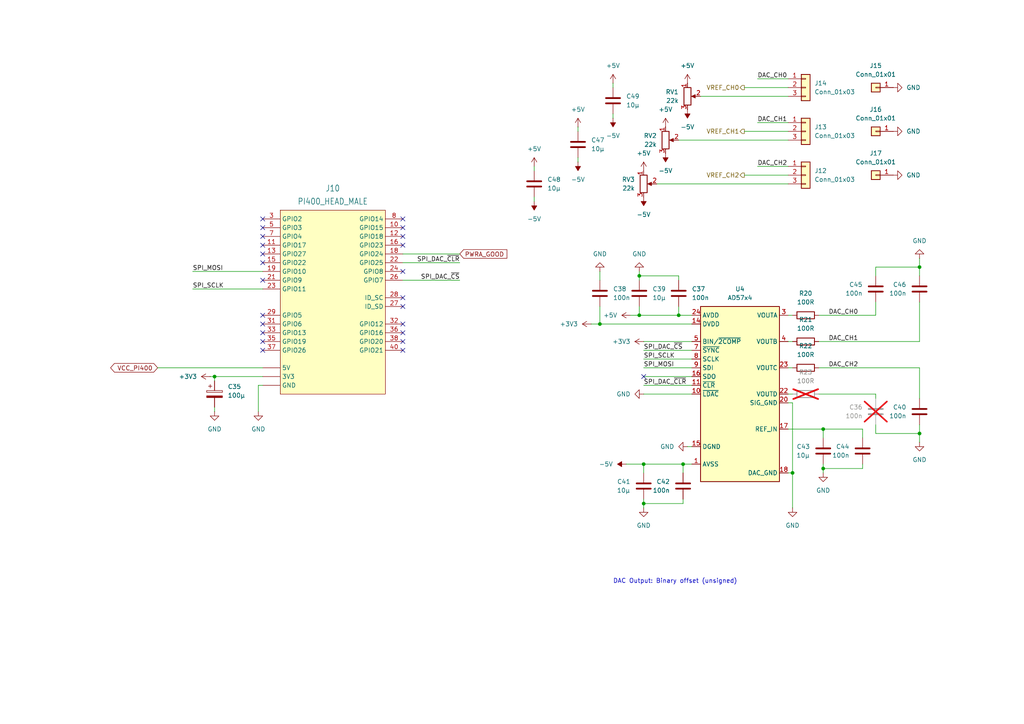
<source format=kicad_sch>
(kicad_sch (version 20231120) (generator "eeschema") (generator_version "8.0")
  (paper "A4")
  (lib_symbols
    (symbol "Connector_Generic:Conn_01x01" (pin_names (offset 1.016) hide)
      (property "Reference" "J" (at 0 2.54 0))
      (property "Value" "Conn_01x01" (at 0 -2.54 0))
      (symbol "Conn_01x01_1_1"
        (rectangle (start -1.27 0.127) (end 0 -0.127) (stroke (width 0.1524)))
        (rectangle (start -1.27 1.27) (end 1.27 -1.27) (stroke (width 0.254)) (fill (type background)))
        (pin passive line (at -5.08 0 0) (length 3.81) (name "Pin_1") (number "1"))
      )
    )
    (symbol "Connector_Generic:Conn_01x03" (pin_names (offset 1.016) hide)
      (property "Reference" "J" (at 0 5.08 0))
      (property "Value" "Conn_01x03" (at 0 -5.08 0))
      (symbol "Conn_01x03_1_1"
        (rectangle (start -1.27 -2.413) (end 0 -2.667) (stroke (width 0.1524)))
        (rectangle (start -1.27 0.127) (end 0 -0.127) (stroke (width 0.1524)))
        (rectangle (start -1.27 2.667) (end 0 2.413) (stroke (width 0.1524)))
        (rectangle (start -1.27 3.81) (end 1.27 -3.81) (stroke (width 0.254)) (fill (type background)))
        (pin passive line (at -5.08 2.54 0) (length 3.81) (name "Pin_1") (number "1"))
        (pin passive line (at -5.08 0 0) (length 3.81) (name "Pin_2") (number "2"))
        (pin passive line (at -5.08 -2.54 0) (length 3.81) (name "Pin_3") (number "3"))
      )
    )
    (symbol "Device:C_Polarized" (pin_numbers hide) (pin_names (offset 0.254))
      (property "Reference" "C" (at 0.635 2.54 0))
      (property "Value" "C_Polarized" (at 0.635 -2.54 0))
      (symbol "C_Polarized_0_1"
        (rectangle (start -2.286 0.508) (end 2.286 1.016))
        (polyline (pts (xy -1.778 2.286) (xy -0.762 2.286)))
        (polyline (pts (xy -1.27 2.794) (xy -1.27 1.778)))
        (rectangle (start 2.286 -0.508) (end -2.286 -1.016) (fill (type outline)))
      )
      (symbol "C_Polarized_1_1"
        (pin passive line (at 0 3.81 270) (length 2.794) (name "~") (number "1"))
        (pin passive line (at 0 -3.81 90) (length 2.794) (name "~") (number "2"))
      )
    )
    (symbol "Device:R_Potentiometer" (pin_names (offset 1.016) hide)
      (property "Reference" "RV" (at -4.445 0 90))
      (property "Value" "R_Potentiometer" (at -2.54 0 90))
      (symbol "R_Potentiometer_0_1"
        (polyline (pts (xy 2.54 0) (xy 1.524 0)))
        (polyline (pts (xy 1.143 0) (xy 2.286 0.508) (xy 2.286 -0.508) (xy 1.143 0)) (fill (type outline)))
        (rectangle (start 1.016 2.54) (end -1.016 -2.54) (stroke (width 0.254)))
      )
      (symbol "R_Potentiometer_1_1"
        (pin passive line (at 0 3.81 270) (length 1.27) (name "1") (number "1"))
        (pin passive line (at 3.81 0 180) (length 1.27) (name "2") (number "2"))
        (pin passive line (at 0 -3.81 90) (length 1.27) (name "3") (number "3"))
      )
    )
    (symbol "connectors:PI400_HEAD_MALE" (exclude_from_sim yes)
      (property "Reference" "J" (at 0 29.21 0))
      (property "Value" "PI400_HEAD_MALE" (at 0.762 25.908 0))
      (symbol "PI400_HEAD_MALE_1_0"
        (pin power_in line (at -20.32 -22.86 0) (length 5.08) (name "3V3") (number "1"))
        (pin bidirectional line (at 20.32 20.32 180) (length 5.08) (name "GPIO15") (number "10"))
        (pin bidirectional line (at -20.32 15.24 0) (length 5.08) (name "GPIO17") (number "11"))
        (pin bidirectional line (at 20.32 17.78 180) (length 5.08) (name "GPIO18") (number "12"))
        (pin bidirectional line (at -20.32 12.7 0) (length 5.08) (name "GPIO27") (number "13"))
        (pin passive line (at -20.32 -25.4 0) (length 5.08) (name "GND") (number "14"))
        (pin bidirectional line (at -20.32 10.16 0) (length 5.08) (name "GPIO22") (number "15"))
        (pin bidirectional line (at 20.32 15.24 180) (length 5.08) (name "GPIO23") (number "16"))
        (pin passive line (at -20.32 -22.86 0) (length 5.08) hide (name "3V3") (number "17"))
        (pin bidirectional line (at 20.32 12.7 180) (length 5.08) (name "GPIO24") (number "18"))
        (pin bidirectional line (at -20.32 7.62 0) (length 5.08) (name "GPIO10") (number "19"))
        (pin power_in line (at -20.32 -20.32 0) (length 5.08) (name "5V") (number "2"))
        (pin passive line (at -20.32 -25.4 0) (length 5.08) hide (name "GND") (number "20"))
        (pin bidirectional line (at -20.32 5.08 0) (length 5.08) (name "GPIO9") (number "21"))
        (pin bidirectional line (at 20.32 10.16 180) (length 5.08) (name "GPIO25") (number "22"))
        (pin bidirectional line (at -20.32 2.54 0) (length 5.08) (name "GPIO11") (number "23"))
        (pin bidirectional line (at 20.32 7.62 180) (length 5.08) (name "GPIO8") (number "24"))
        (pin passive line (at -20.32 -25.4 0) (length 5.08) hide (name "GND") (number "25"))
        (pin bidirectional line (at 20.32 5.08 180) (length 5.08) (name "GPIO7") (number "26"))
        (pin bidirectional line (at 20.32 -2.54 180) (length 5.08) (name "ID_SD") (number "27"))
        (pin bidirectional line (at 20.32 0 180) (length 5.08) (name "ID_SC") (number "28"))
        (pin bidirectional line (at -20.32 -5.08 0) (length 5.08) (name "GPIO5") (number "29"))
        (pin bidirectional line (at -20.32 22.86 0) (length 5.08) (name "GPIO2") (number "3"))
        (pin passive line (at -20.32 -25.4 0) (length 5.08) hide (name "GND") (number "30"))
        (pin bidirectional line (at -20.32 -7.62 0) (length 5.08) (name "GPIO6") (number "31"))
        (pin bidirectional line (at 20.32 -7.62 180) (length 5.08) (name "GPIO12") (number "32"))
        (pin bidirectional line (at -20.32 -10.16 0) (length 5.08) (name "GPIO13") (number "33"))
        (pin passive line (at -20.32 -25.4 0) (length 5.08) hide (name "GND") (number "34"))
        (pin bidirectional line (at -20.32 -12.7 0) (length 5.08) (name "GPIO19") (number "35"))
        (pin bidirectional line (at 20.32 -10.16 180) (length 5.08) (name "GPIO16") (number "36"))
        (pin bidirectional line (at -20.32 -15.24 0) (length 5.08) (name "GPIO26") (number "37"))
        (pin bidirectional line (at 20.32 -12.7 180) (length 5.08) (name "GPIO20") (number "38"))
        (pin passive line (at -20.32 -25.4 0) (length 5.08) hide (name "GND") (number "39"))
        (pin passive line (at -20.32 -20.32 0) (length 5.08) hide (name "5V") (number "4"))
        (pin bidirectional line (at 20.32 -15.24 180) (length 5.08) (name "GPIO21") (number "40"))
        (pin bidirectional line (at -20.32 20.32 0) (length 5.08) (name "GPIO3") (number "5"))
        (pin passive line (at -20.32 -25.4 0) (length 5.08) hide (name "GND") (number "6"))
        (pin bidirectional line (at -20.32 17.78 0) (length 5.08) (name "GPIO4") (number "7"))
        (pin bidirectional line (at 20.32 22.86 180) (length 5.08) (name "GPIO14") (number "8"))
        (pin passive line (at -20.32 -25.4 0) (length 5.08) hide (name "GND") (number "9"))
      )
      (symbol "PI400_HEAD_MALE_1_1"
        (rectangle (start -15.24 25.4) (end 15.24 -27.94) (fill (type background)))
      )
    )
    (symbol "converter:AD57x4" (exclude_from_sim yes)
      (property "Reference" "U" (at 0 3.81 0))
      (property "Value" "AD57x4" (at 0 1.524 0))
      (symbol "AD57x4_1_1"
        (rectangle (start -11.43 0) (end 11.43 -50.8) (stroke (width 0.254)) (fill (type background)))
        (pin power_in line (at -13.97 -45.72 0) (length 2.54) (name "AVSS") (number "1"))
        (pin input line (at -13.97 -25.4 0) (length 2.54) (name "~{LDAC}") (number "10"))
        (pin input line (at -13.97 -22.86 0) (length 2.54) (name "~{CLR}") (number "11"))
        (pin no_connect line (at -8.89 -53.34 90) (length 2.54) hide (name "NC") (number "12"))
        (pin no_connect line (at -10.16 -53.34 90) (length 2.54) hide (name "NC") (number "13"))
        (pin power_in line (at -13.97 -5.08 0) (length 2.54) (name "DVDD") (number "14"))
        (pin passive line (at -13.97 -40.64 0) (length 2.54) (name "DGND") (number "15"))
        (pin output line (at -13.97 -20.32 0) (length 2.54) (name "SDO") (number "16"))
        (pin input line (at 13.97 -35.56 180) (length 2.54) (name "REF_IN") (number "17"))
        (pin passive line (at 13.97 -48.26 180) (length 2.54) (name "DAC_GND") (number "18"))
        (pin passive line (at 13.97 -48.26 180) (length 2.54) hide (name "DAC_GND") (number "19"))
        (pin no_connect line (at -7.62 -53.34 90) (length 2.54) hide (name "NC") (number "2"))
        (pin bidirectional line (at 13.97 -27.94 180) (length 2.54) (name "SIG_GND") (number "20"))
        (pin bidirectional line (at 13.97 -27.94 180) (length 2.54) hide (name "SIG_GND") (number "21"))
        (pin output line (at 13.97 -25.4 180) (length 2.54) (name "VOUTD") (number "22"))
        (pin output line (at 13.97 -17.78 180) (length 2.54) (name "VOUTC") (number "23"))
        (pin power_in line (at -13.97 -2.54 0) (length 2.54) (name "AVDD") (number "24"))
        (pin passive line (at -13.97 -45.72 0) (length 2.54) hide (name "AVSS_EXP") (number "25"))
        (pin output line (at 13.97 -2.54 180) (length 2.54) (name "VOUTA") (number "3"))
        (pin output line (at 13.97 -10.16 180) (length 2.54) (name "VOUTB") (number "4"))
        (pin input line (at -13.97 -10.16 0) (length 2.54) (name "BIN/~{2COMP}") (number "5"))
        (pin no_connect line (at -6.35 -53.34 90) (length 2.54) hide (name "NC") (number "6"))
        (pin input line (at -13.97 -12.7 0) (length 2.54) (name "~{SYNC}") (number "7"))
        (pin input line (at -13.97 -15.24 0) (length 2.54) (name "SCLK") (number "8"))
        (pin input line (at -13.97 -17.78 0) (length 2.54) (name "SDI") (number "9"))
      )
    )
    (symbol "passive:C0603" (pin_numbers hide) (pin_names (offset 0.254))
      (property "Reference" "C" (at 0.635 2.54 0))
      (property "Value" "C0603" (at 0.635 -2.54 0))
      (symbol "C0603_0_1"
        (polyline (pts (xy -2.032 -0.762) (xy 2.032 -0.762)) (stroke (width 0.508)))
        (polyline (pts (xy -2.032 0.762) (xy 2.032 0.762)) (stroke (width 0.508)))
      )
      (symbol "C0603_1_1"
        (pin passive line (at 0 3.81 270) (length 2.794) (name "~") (number "1"))
        (pin passive line (at 0 -3.81 90) (length 2.794) (name "~") (number "2"))
      )
    )
    (symbol "passive:C0805" (pin_numbers hide) (pin_names (offset 0.254))
      (property "Reference" "C" (at 0.635 2.54 0))
      (property "Value" "C0805" (at 0.635 -2.54 0))
      (symbol "C0805_0_1"
        (polyline (pts (xy -2.032 -0.762) (xy 2.032 -0.762)) (stroke (width 0.508)))
        (polyline (pts (xy -2.032 0.762) (xy 2.032 0.762)) (stroke (width 0.508)))
      )
      (symbol "C0805_1_1"
        (pin passive line (at 0 3.81 270) (length 2.794) (name "~") (number "1"))
        (pin passive line (at 0 -3.81 90) (length 2.794) (name "~") (number "2"))
      )
    )
    (symbol "passive:R0603" (pin_numbers hide) (pin_names (offset 0))
      (property "Reference" "R" (at 2.032 0 90))
      (property "Value" "R" (at 0 0 90))
      (symbol "R0603_0_1"
        (rectangle (start -1.016 -2.54) (end 1.016 2.54) (stroke (width 0.254)))
      )
      (symbol "R0603_1_1"
        (pin passive line (at 0 3.81 270) (length 1.27) (name "~") (number "1"))
        (pin passive line (at 0 -3.81 90) (length 1.27) (name "~") (number "2"))
      )
    )
    (symbol "power:+3V3" (power) (pin_numbers hide) (pin_names (offset 0) hide)
      (property "Value" "+3V3" (at 0 3.556 0))
      (symbol "+3V3_0_1"
        (polyline (pts (xy -0.762 1.27) (xy 0 2.54)))
        (polyline (pts (xy 0 0) (xy 0 2.54)))
        (polyline (pts (xy 0 2.54) (xy 0.762 1.27)))
      )
      (symbol "+3V3_1_1"
        (pin power_in line (at 0 0 90) (length 0) (name "~") (number "1"))
      )
    )
    (symbol "power:+5V" (power) (pin_numbers hide) (pin_names (offset 0) hide)
      (property "Value" "+5V" (at 0 3.556 0))
      (symbol "+5V_0_1"
        (polyline (pts (xy -0.762 1.27) (xy 0 2.54)))
        (polyline (pts (xy 0 0) (xy 0 2.54)))
        (polyline (pts (xy 0 2.54) (xy 0.762 1.27)))
      )
      (symbol "+5V_1_1"
        (pin power_in line (at 0 0 90) (length 0) (name "~") (number "1"))
      )
    )
    (symbol "power:-5V" (power) (pin_numbers hide) (pin_names (offset 0) hide)
      (property "Value" "-5V" (at 0 3.556 0))
      (symbol "-5V_0_0"
        (pin power_in line (at 0 0 90) (length 0) (name "~") (number "1"))
      )
      (symbol "-5V_0_1"
        (polyline (pts (xy 0 0) (xy 0 1.27) (xy 0.762 1.27) (xy 0 2.54) (xy -0.762 1.27) (xy 0 1.27)) (fill (type outline)))
      )
    )
    (symbol "power:GND" (power) (pin_numbers hide) (pin_names (offset 0) hide)
      (property "Value" "GND" (at 0 -3.81 0))
      (symbol "GND_0_1"
        (polyline (pts (xy 0 0) (xy 0 -1.27) (xy 1.27 -1.27) (xy 0 -2.54) (xy -1.27 -1.27) (xy 0 -1.27)))
      )
      (symbol "GND_1_1"
        (pin power_in line (at 0 0 270) (length 0) (name "~") (number "1"))
      )
    )
  )
  (junction (at 229.87 137.16))
  (junction (at 238.76 124.46))
  (junction (at 185.42 80.01))
  (junction (at 238.76 135.89))
  (junction (at 173.99 93.98))
  (junction (at 198.12 134.62))
  (junction (at 185.42 91.44))
  (junction (at 186.69 134.62))
  (junction (at 266.7 125.73))
  (junction (at 196.85 91.44))
  (junction (at 266.7 77.47))
  (junction (at 186.69 146.05))
  (junction (at 62.23 109.22))
  (no_connect (at 116.84 66.04))
  (no_connect (at 116.84 71.12))
  (no_connect (at 76.2 68.58))
  (no_connect (at 186.69 109.22))
  (no_connect (at 116.84 88.9))
  (no_connect (at 76.2 66.04))
  (no_connect (at 76.2 81.28))
  (no_connect (at 116.84 68.58))
  (no_connect (at 116.84 101.6))
  (no_connect (at 76.2 96.52))
  (no_connect (at 116.84 63.5))
  (no_connect (at 116.84 99.06))
  (no_connect (at 76.2 76.2))
  (no_connect (at 76.2 101.6))
  (no_connect (at 76.2 99.06))
  (no_connect (at 116.84 86.36))
  (no_connect (at 116.84 78.74))
  (no_connect (at 76.2 91.44))
  (no_connect (at 76.2 73.66))
  (no_connect (at 116.84 93.98))
  (no_connect (at 116.84 96.52))
  (no_connect (at 76.2 63.5))
  (no_connect (at 76.2 93.98))
  (no_connect (at 76.2 71.12))
  (wire (pts (xy 266.7 123.19) (xy 266.7 125.73)))
  (wire (pts (xy 254 80.01) (xy 254 77.47)))
  (wire (pts (xy 186.69 134.62) (xy 186.69 137.16)))
  (wire (pts (xy 228.6 106.68) (xy 229.87 106.68)))
  (wire (pts (xy 254 114.3) (xy 254 115.57)))
  (wire (pts (xy 154.94 57.15) (xy 154.94 58.42)))
  (wire (pts (xy 182.88 91.44) (xy 185.42 91.44)))
  (wire (pts (xy 198.12 134.62) (xy 198.12 137.16)))
  (wire (pts (xy 228.6 91.44) (xy 229.87 91.44)))
  (wire (pts (xy 228.6 99.06) (xy 229.87 99.06)))
  (wire (pts (xy 171.45 93.98) (xy 173.99 93.98)))
  (wire (pts (xy 76.2 109.22) (xy 62.23 109.22)))
  (wire (pts (xy 173.99 93.98) (xy 200.66 93.98)))
  (wire (pts (xy 185.42 81.28) (xy 185.42 80.01)))
  (wire (pts (xy 167.64 45.72) (xy 167.64 46.99)))
  (wire (pts (xy 74.93 111.76) (xy 74.93 119.38)))
  (wire (pts (xy 238.76 124.46) (xy 238.76 127)))
  (wire (pts (xy 186.69 146.05) (xy 198.12 146.05)))
  (wire (pts (xy 266.7 125.73) (xy 266.7 128.27)))
  (wire (pts (xy 238.76 135.89) (xy 250.19 135.89)))
  (wire (pts (xy 186.69 111.76) (xy 200.66 111.76)))
  (wire (pts (xy 186.69 109.22) (xy 200.66 109.22)))
  (wire (pts (xy 198.12 144.78) (xy 198.12 146.05)))
  (wire (pts (xy 186.69 104.14) (xy 200.66 104.14)))
  (wire (pts (xy 266.7 99.06) (xy 266.7 87.63)))
  (wire (pts (xy 185.42 88.9) (xy 185.42 91.44)))
  (wire (pts (xy 185.42 91.44) (xy 196.85 91.44)))
  (wire (pts (xy 186.69 99.06) (xy 200.66 99.06)))
  (wire (pts (xy 186.69 114.3) (xy 200.66 114.3)))
  (wire (pts (xy 250.19 127) (xy 250.19 124.46)))
  (wire (pts (xy 190.5 53.34) (xy 228.6 53.34)))
  (wire (pts (xy 55.88 78.74) (xy 76.2 78.74)))
  (wire (pts (xy 219.71 22.86) (xy 228.6 22.86)))
  (wire (pts (xy 215.9 50.8) (xy 228.6 50.8)))
  (wire (pts (xy 186.69 147.32) (xy 186.69 146.05)))
  (wire (pts (xy 60.96 109.22) (xy 62.23 109.22)))
  (wire (pts (xy 185.42 78.74) (xy 185.42 80.01)))
  (wire (pts (xy 116.84 73.66) (xy 133.35 73.66)))
  (wire (pts (xy 55.88 83.82) (xy 76.2 83.82)))
  (wire (pts (xy 254 125.73) (xy 266.7 125.73)))
  (wire (pts (xy 76.2 111.76) (xy 74.93 111.76)))
  (wire (pts (xy 62.23 118.11) (xy 62.23 119.38)))
  (wire (pts (xy 186.69 144.78) (xy 186.69 146.05)))
  (wire (pts (xy 238.76 137.16) (xy 238.76 135.89)))
  (wire (pts (xy 186.69 106.68) (xy 200.66 106.68)))
  (wire (pts (xy 229.87 116.84) (xy 229.87 137.16)))
  (wire (pts (xy 228.6 114.3) (xy 229.87 114.3)))
  (wire (pts (xy 62.23 109.22) (xy 62.23 110.49)))
  (wire (pts (xy 196.85 91.44) (xy 200.66 91.44)))
  (wire (pts (xy 185.42 80.01) (xy 196.85 80.01)))
  (wire (pts (xy 266.7 74.93) (xy 266.7 77.47)))
  (wire (pts (xy 219.71 35.56) (xy 228.6 35.56)))
  (wire (pts (xy 196.85 88.9) (xy 196.85 91.44)))
  (wire (pts (xy 254 77.47) (xy 266.7 77.47)))
  (wire (pts (xy 196.85 80.01) (xy 196.85 81.28)))
  (wire (pts (xy 196.85 40.64) (xy 228.6 40.64)))
  (wire (pts (xy 237.49 99.06) (xy 266.7 99.06)))
  (wire (pts (xy 177.8 33.02) (xy 177.8 34.29)))
  (wire (pts (xy 238.76 124.46) (xy 250.19 124.46)))
  (wire (pts (xy 154.94 48.26) (xy 154.94 49.53)))
  (wire (pts (xy 254 87.63) (xy 254 91.44)))
  (wire (pts (xy 173.99 88.9) (xy 173.99 93.98)))
  (wire (pts (xy 228.6 116.84) (xy 229.87 116.84)))
  (wire (pts (xy 229.87 137.16) (xy 229.87 147.32)))
  (wire (pts (xy 173.99 78.74) (xy 173.99 81.28)))
  (wire (pts (xy 177.8 24.13) (xy 177.8 25.4)))
  (wire (pts (xy 203.2 27.94) (xy 228.6 27.94)))
  (wire (pts (xy 254 123.19) (xy 254 125.73)))
  (wire (pts (xy 186.69 134.62) (xy 198.12 134.62)))
  (wire (pts (xy 181.61 134.62) (xy 186.69 134.62)))
  (wire (pts (xy 186.69 101.6) (xy 200.66 101.6)))
  (wire (pts (xy 116.84 81.28) (xy 133.35 81.28)))
  (wire (pts (xy 228.6 124.46) (xy 238.76 124.46)))
  (wire (pts (xy 266.7 77.47) (xy 266.7 80.01)))
  (wire (pts (xy 250.19 134.62) (xy 250.19 135.89)))
  (wire (pts (xy 237.49 114.3) (xy 254 114.3)))
  (wire (pts (xy 238.76 134.62) (xy 238.76 135.89)))
  (wire (pts (xy 266.7 106.68) (xy 266.7 115.57)))
  (wire (pts (xy 219.71 48.26) (xy 228.6 48.26)))
  (wire (pts (xy 215.9 25.4) (xy 228.6 25.4)))
  (wire (pts (xy 228.6 137.16) (xy 229.87 137.16)))
  (wire (pts (xy 45.72 106.68) (xy 76.2 106.68)))
  (wire (pts (xy 199.39 129.54) (xy 200.66 129.54)))
  (wire (pts (xy 215.9 38.1) (xy 228.6 38.1)))
  (wire (pts (xy 116.84 76.2) (xy 133.35 76.2)))
  (wire (pts (xy 167.64 36.83) (xy 167.64 38.1)))
  (wire (pts (xy 237.49 106.68) (xy 266.7 106.68)))
  (wire (pts (xy 198.12 134.62) (xy 200.66 134.62)))
  (wire (pts (xy 237.49 91.44) (xy 254 91.44)))
  (text "DAC Output: Binary offset (unsigned)" (at 177.8 167.894 0) (effects (font (size 1.27 1.27)) (justify left top)))
  (label "DAC_CH1" (at 248.92 99.06 180))
  (label "SPI_DAC_~{CS}" (at 133.35 81.28 180))
  (label "SPI_DAC_~{CLR}" (at 133.35 76.2 180))
  (label "SPI_MOSI" (at 55.88 78.74 0))
  (label "DAC_CH2" (at 219.71 48.26 0))
  (label "SPI_MOSI" (at 186.69 106.68 0))
  (label "SPI_DAC_~{CS}" (at 186.69 101.6 0))
  (label "SPI_SCLK" (at 186.69 104.14 0))
  (label "DAC_CH1" (at 219.71 35.56 0))
  (label "SPI_DAC_~{CLR}" (at 186.69 111.76 0))
  (label "DAC_CH0" (at 219.71 22.86 0))
  (label "DAC_CH2" (at 248.92 106.68 180))
  (label "SPI_SCLK" (at 55.88 83.82 0))
  (label "DAC_CH0" (at 248.92 91.44 180))
  (global_label "VCC_PI400" (shape bidirectional) (at 45.72 106.68 180) (property "Intersheetrefs" "${INTERSHEET_REFS}" (effects (hide yes))))
  (global_label "PWRA_GOOD" (shape input) (at 133.35 73.66 0) (property "Intersheetrefs" "${INTERSHEET_REFS}" (effects (hide yes))))
  (hierarchical_label "VREF_CH2" (shape output) (at 215.9 50.8 180))
  (hierarchical_label "VREF_CH0" (shape output) (at 215.9 25.4 180))
  (hierarchical_label "VREF_CH1" (shape output) (at 215.9 38.1 180))
  (symbol (lib_id "connectors:PI400_HEAD_MALE") (at 96.52 86.36 0) (unit 1) (exclude_from_sim yes)
    (property "Reference" "J10" (at 96.52 54.61 0) (effects (font (size 1.778 1.5113))))
    (property "Value" "PI400_HEAD_MALE" (at 96.52 58.42 0) (effects (font (size 1.778 1.5113))))
    (property "Footprint" "connectors:rpi400_header" (effects (hide yes)))
  )
  (symbol (lib_id "power:GND") (at 238.76 137.16 0) (unit 1)
    (property "Reference" "#PWR054" (effects (hide yes)))
    (property "Value" "GND" (at 238.76 142.24 0))
    (property "Description" "Power symbol creates a global label with name \"GND\" , ground" (effects (hide yes)))
  )
  (symbol (lib_id "passive:R0603") (at 233.68 91.44 90) (unit 1)
    (property "Reference" "R20" (at 233.68 85.09 90))
    (property "Value" "100R" (at 233.68 87.63 90))
    (property "Footprint" "Resistor_SMD:R_0603_1608Metric" (effects (hide yes)))
    (property "Description" "Resistor" (effects (hide yes)))
  )
  (symbol (lib_id "passive:R0603") (at 233.68 99.06 90) (unit 1)
    (property "Reference" "R21" (at 233.68 92.71 90))
    (property "Value" "100R" (at 233.68 95.25 90))
    (property "Footprint" "Resistor_SMD:R_0603_1608Metric" (effects (hide yes)))
    (property "Description" "Resistor" (effects (hide yes)))
  )
  (symbol (lib_id "power:GND") (at 266.7 74.93 180) (unit 1)
    (property "Reference" "#PWR056" (effects (hide yes)))
    (property "Value" "GND" (at 266.7 69.85 0))
    (property "Description" "Power symbol creates a global label with name \"GND\" , ground" (effects (hide yes)))
  )
  (symbol (lib_id "passive:C0805") (at 185.42 85.09 0) (unit 1)
    (property "Reference" "C39" (at 189.23 83.8199 0) (effects (justify left)))
    (property "Value" "10µ" (at 189.23 86.3599 0) (effects (justify left)))
    (property "Footprint" "Capacitor_SMD:C_0805_2012Metric" (effects (hide yes)))
    (property "Description" "Unpolarized capacitor" (effects (hide yes)))
  )
  (symbol (lib_id "power:+5V") (at 154.94 48.26 0) (unit 1)
    (property "Reference" "#PWR078" (effects (hide yes)))
    (property "Value" "+5V" (at 154.94 43.18 0))
    (property "Description" "Power symbol creates a global label with name \"+5V\"" (effects (hide yes)))
  )
  (symbol (lib_id "passive:C0603") (at 196.85 85.09 0) (unit 1)
    (property "Reference" "C37" (at 200.66 83.8199 0) (effects (justify left)))
    (property "Value" "100n" (at 200.66 86.3599 0) (effects (justify left)))
    (property "Footprint" "Capacitor_SMD:C_0603_1608Metric" (effects (hide yes)))
    (property "Description" "Unpolarized capacitor" (effects (hide yes)))
  )
  (symbol (lib_id "passive:C0603") (at 173.99 85.09 0) (unit 1)
    (property "Reference" "C38" (at 177.8 83.8199 0) (effects (justify left)))
    (property "Value" "100n" (at 177.8 86.3599 0) (effects (justify left)))
    (property "Footprint" "Capacitor_SMD:C_0603_1608Metric" (effects (hide yes)))
    (property "Description" "Unpolarized capacitor" (effects (hide yes)))
  )
  (symbol (lib_id "power:-5V") (at 177.8 34.29 180) (unit 1)
    (property "Reference" "#PWR081" (effects (hide yes)))
    (property "Value" "-5V" (at 177.8 39.37 0))
    (property "Description" "Power symbol creates a global label with name \"-5V\"" (effects (hide yes)))
  )
  (symbol (lib_id "power:GND") (at 186.69 147.32 0) (unit 1)
    (property "Reference" "#PWR052" (effects (hide yes)))
    (property "Value" "GND" (at 186.69 152.4 0))
    (property "Description" "Power symbol creates a global label with name \"GND\" , ground" (effects (hide yes)))
  )
  (symbol (lib_id "power:+3V3") (at 171.45 93.98 90) (unit 1)
    (property "Reference" "#PWR051" (effects (hide yes)))
    (property "Value" "+3V3" (at 167.64 93.9799 90) (effects (justify left)))
    (property "Description" "Power symbol creates a global label with name \"+3V3\"" (effects (hide yes)))
  )
  (symbol (lib_id "power:-5V") (at 181.61 134.62 90) (unit 1)
    (property "Reference" "#PWR047" (effects (hide yes)))
    (property "Value" "-5V" (at 177.8 134.6199 90) (effects (justify left)))
    (property "Description" "Power symbol creates a global label with name \"-5V\"" (effects (hide yes)))
  )
  (symbol (lib_id "power:GND") (at 259.08 38.1 90) (unit 1)
    (property "Reference" "#PWR058" (effects (hide yes)))
    (property "Value" "GND" (at 262.89 38.0999 90) (effects (justify right)))
    (property "Description" "Power symbol creates a global label with name \"GND\" , ground" (effects (hide yes)))
  )
  (symbol (lib_id "power:GND") (at 186.69 114.3 270) (unit 1)
    (property "Reference" "#PWR083" (effects (hide yes)))
    (property "Value" "GND" (at 182.88 114.2999 90) (effects (justify right)))
    (property "Description" "Power symbol creates a global label with name \"GND\" , ground" (effects (hide yes)))
  )
  (symbol (lib_id "passive:C0603") (at 266.7 83.82 0) (mirror y) (unit 1)
    (property "Reference" "C46" (at 262.89 82.5499 0) (effects (justify left)))
    (property "Value" "100n" (at 262.89 85.0899 0) (effects (justify left)))
    (property "Footprint" "Capacitor_SMD:C_0603_1608Metric" (effects (hide yes)))
    (property "Description" "Unpolarized capacitor" (effects (hide yes)))
  )
  (symbol (lib_id "passive:C0603") (at 254 119.38 0) (mirror y) (unit 1) (dnp yes)
    (property "Reference" "C36" (at 250.19 118.1099 0) (effects (justify left)))
    (property "Value" "100n" (at 250.19 120.6499 0) (effects (justify left)))
    (property "Footprint" "Capacitor_SMD:C_0603_1608Metric" (effects (hide yes)))
    (property "Description" "Unpolarized capacitor" (effects (hide yes)))
  )
  (symbol (lib_id "passive:C0805") (at 238.76 130.81 0) (mirror y) (unit 1)
    (property "Reference" "C43" (at 234.95 129.5399 0) (effects (justify left)))
    (property "Value" "10µ" (at 234.95 132.0799 0) (effects (justify left)))
    (property "Footprint" "Capacitor_SMD:C_0805_2012Metric" (effects (hide yes)))
    (property "Description" "Unpolarized capacitor" (effects (hide yes)))
  )
  (symbol (lib_id "Device:C_Polarized") (at 62.23 114.3 0) (unit 1)
    (property "Reference" "C35" (at 66.04 112.1409 0) (effects (justify left)))
    (property "Value" "100µ" (at 66.04 114.6809 0) (effects (justify left)))
    (property "Footprint" "Capacitor_SMD:CP_Elec_4x3" (effects (hide yes)))
    (property "Description" "Polarized capacitor" (effects (hide yes)))
  )
  (symbol (lib_id "Connector_Generic:Conn_01x01") (at 254 38.1 180) (unit 1)
    (property "Reference" "J16" (at 254 31.75 0))
    (property "Value" "Conn_01x01" (at 254 34.29 0))
    (property "Footprint" "Connector_PinHeader_2.54mm:PinHeader_1x01_P2.54mm_Vertical" (effects (hide yes)))
    (property "Description" "Generic connector, single row, 01x01, script generated (kicad-library-utils/schlib/autogen/connector/)" (effects (hide yes)))
  )
  (symbol (lib_id "passive:R0603") (at 233.68 106.68 90) (unit 1)
    (property "Reference" "R22" (at 233.68 100.33 90))
    (property "Value" "100R" (at 233.68 102.87 90))
    (property "Footprint" "Resistor_SMD:R_0603_1608Metric" (effects (hide yes)))
    (property "Description" "Resistor" (effects (hide yes)))
  )
  (symbol (lib_id "Connector_Generic:Conn_01x03") (at 233.68 38.1 0) (unit 1)
    (property "Reference" "J13" (at 236.22 36.8299 0) (effects (justify left)))
    (property "Value" "Conn_01x03" (at 236.22 39.3699 0) (effects (justify left)))
    (property "Footprint" "Connector_PinHeader_2.54mm:PinHeader_1x03_P2.54mm_Vertical" (effects (hide yes)))
    (property "Description" "Generic connector, single row, 01x03, script generated (kicad-library-utils/schlib/autogen/connector/)" (effects (hide yes)))
  )
  (symbol (lib_id "passive:C0805") (at 154.94 53.34 0) (unit 1)
    (property "Reference" "C48" (at 158.75 52.0699 0) (effects (justify left)))
    (property "Value" "10µ" (at 158.75 54.6099 0) (effects (justify left)))
    (property "Footprint" "Capacitor_SMD:C_0805_2012Metric" (effects (hide yes)))
    (property "Description" "Unpolarized capacitor" (effects (hide yes)))
  )
  (symbol (lib_id "converter:AD57x4") (at 214.63 88.9 0) (unit 1) (exclude_from_sim yes)
    (property "Reference" "U4" (at 214.63 83.82 0))
    (property "Value" "AD57x4" (at 214.63 86.36 0))
    (property "Footprint" "custom_library:TSSOP-24-1EP_4.4x7.8mm_P0.65mm_EP3.2x5mm" (effects (hide yes)))
    (property "Datasheet" "https://www.analog.com/media/en/technical-documentation/data-sheets/ad5724_5734_5754.pdf" (effects (hide yes)))
    (property "Description" "Complete, Quad, 12-/14-/16-Bit, Serial Input, Unipolar/Bipolar Voltage Output DACs" (effects (hide yes)))
  )
  (symbol (lib_id "Connector_Generic:Conn_01x03") (at 233.68 25.4 0) (unit 1)
    (property "Reference" "J14" (at 236.22 24.1299 0) (effects (justify left)))
    (property "Value" "Conn_01x03" (at 236.22 26.6699 0) (effects (justify left)))
    (property "Footprint" "Connector_PinHeader_2.54mm:PinHeader_1x03_P2.54mm_Vertical" (effects (hide yes)))
    (property "Description" "Generic connector, single row, 01x03, script generated (kicad-library-utils/schlib/autogen/connector/)" (effects (hide yes)))
  )
  (symbol (lib_id "power:+3V3") (at 60.96 109.22 90) (unit 1)
    (property "Reference" "#PWR050" (effects (hide yes)))
    (property "Value" "+3V3" (at 57.15 109.2199 90) (effects (justify left)))
    (property "Description" "Power symbol creates a global label with name \"+3V3\"" (effects (hide yes)))
  )
  (symbol (lib_id "power:-5V") (at 199.39 31.75 180) (unit 1)
    (property "Reference" "#PWR061" (effects (hide yes)))
    (property "Value" "-5V" (at 199.39 36.83 0))
    (property "Description" "Power symbol creates a global label with name \"-5V\"" (effects (hide yes)))
  )
  (symbol (lib_id "power:-5V") (at 193.04 44.45 180) (unit 1)
    (property "Reference" "#PWR063" (effects (hide yes)))
    (property "Value" "-5V" (at 193.04 49.53 0))
    (property "Description" "Power symbol creates a global label with name \"-5V\"" (effects (hide yes)))
  )
  (symbol (lib_id "power:GND") (at 259.08 50.8 90) (unit 1)
    (property "Reference" "#PWR057" (effects (hide yes)))
    (property "Value" "GND" (at 262.89 50.7999 90) (effects (justify right)))
    (property "Description" "Power symbol creates a global label with name \"GND\" , ground" (effects (hide yes)))
  )
  (symbol (lib_id "power:-5V") (at 167.64 46.99 180) (unit 1)
    (property "Reference" "#PWR071" (effects (hide yes)))
    (property "Value" "-5V" (at 167.64 52.07 0))
    (property "Description" "Power symbol creates a global label with name \"-5V\"" (effects (hide yes)))
  )
  (symbol (lib_id "passive:C0805") (at 177.8 29.21 0) (unit 1)
    (property "Reference" "C49" (at 181.61 27.9399 0) (effects (justify left)))
    (property "Value" "10µ" (at 181.61 30.4799 0) (effects (justify left)))
    (property "Footprint" "Capacitor_SMD:C_0805_2012Metric" (effects (hide yes)))
    (property "Description" "Unpolarized capacitor" (effects (hide yes)))
  )
  (symbol (lib_id "power:+3V3") (at 186.69 99.06 90) (unit 1)
    (property "Reference" "#PWR082" (effects (hide yes)))
    (property "Value" "+3V3" (at 182.88 99.0599 90) (effects (justify left)))
    (property "Description" "Power symbol creates a global label with name \"+3V3\"" (effects (hide yes)))
  )
  (symbol (lib_id "Device:R_Potentiometer") (at 199.39 27.94 0) (unit 1)
    (property "Reference" "RV1" (at 196.85 26.6699 0) (effects (justify right)))
    (property "Value" "22k" (at 196.85 29.2099 0) (effects (justify right)))
    (property "Footprint" "Potentiometer_THT:Potentiometer_Vishay_T73YP_Vertical" (effects (hide yes)))
    (property "Description" "Potentiometer" (effects (hide yes)))
  )
  (symbol (lib_id "power:GND") (at 259.08 25.4 90) (unit 1)
    (property "Reference" "#PWR059" (effects (hide yes)))
    (property "Value" "GND" (at 262.89 25.3999 90) (effects (justify right)))
    (property "Description" "Power symbol creates a global label with name \"GND\" , ground" (effects (hide yes)))
  )
  (symbol (lib_id "passive:C0603") (at 250.19 130.81 0) (mirror y) (unit 1)
    (property "Reference" "C44" (at 246.38 129.5399 0) (effects (justify left)))
    (property "Value" "100n" (at 246.38 132.0799 0) (effects (justify left)))
    (property "Footprint" "Capacitor_SMD:C_0603_1608Metric" (effects (hide yes)))
    (property "Description" "Unpolarized capacitor" (effects (hide yes)))
  )
  (symbol (lib_id "power:-5V") (at 154.94 58.42 180) (unit 1)
    (property "Reference" "#PWR079" (effects (hide yes)))
    (property "Value" "-5V" (at 154.94 63.5 0))
    (property "Description" "Power symbol creates a global label with name \"-5V\"" (effects (hide yes)))
  )
  (symbol (lib_id "passive:C0603") (at 254 83.82 0) (mirror y) (unit 1)
    (property "Reference" "C45" (at 250.19 82.5499 0) (effects (justify left)))
    (property "Value" "100n" (at 250.19 85.0899 0) (effects (justify left)))
    (property "Footprint" "Capacitor_SMD:C_0603_1608Metric" (effects (hide yes)))
    (property "Description" "Unpolarized capacitor" (effects (hide yes)))
  )
  (symbol (lib_id "Connector_Generic:Conn_01x03") (at 233.68 50.8 0) (unit 1)
    (property "Reference" "J12" (at 236.22 49.5299 0) (effects (justify left)))
    (property "Value" "Conn_01x03" (at 236.22 52.0699 0) (effects (justify left)))
    (property "Footprint" "Connector_PinHeader_2.54mm:PinHeader_1x03_P2.54mm_Vertical" (effects (hide yes)))
    (property "Description" "Generic connector, single row, 01x03, script generated (kicad-library-utils/schlib/autogen/connector/)" (effects (hide yes)))
  )
  (symbol (lib_id "power:GND") (at 199.39 129.54 270) (unit 1)
    (property "Reference" "#PWR048" (effects (hide yes)))
    (property "Value" "GND" (at 195.58 129.5399 90) (effects (justify right)))
    (property "Description" "Power symbol creates a global label with name \"GND\" , ground" (effects (hide yes)))
  )
  (symbol (lib_id "passive:R0603") (at 233.68 114.3 90) (unit 1) (dnp yes)
    (property "Reference" "R23" (at 233.68 107.95 90))
    (property "Value" "100R" (at 233.68 110.49 90))
    (property "Footprint" "Resistor_SMD:R_0603_1608Metric" (effects (hide yes)))
    (property "Description" "Resistor" (effects (hide yes)))
  )
  (symbol (lib_id "passive:C0603") (at 266.7 119.38 0) (mirror y) (unit 1)
    (property "Reference" "C40" (at 262.89 118.1099 0) (effects (justify left)))
    (property "Value" "100n" (at 262.89 120.6499 0) (effects (justify left)))
    (property "Footprint" "Capacitor_SMD:C_0603_1608Metric" (effects (hide yes)))
    (property "Description" "Unpolarized capacitor" (effects (hide yes)))
  )
  (symbol (lib_id "power:-5V") (at 186.69 57.15 180) (unit 1)
    (property "Reference" "#PWR065" (effects (hide yes)))
    (property "Value" "-5V" (at 186.69 62.23 0))
    (property "Description" "Power symbol creates a global label with name \"-5V\"" (effects (hide yes)))
  )
  (symbol (lib_id "power:GND") (at 74.93 119.38 0) (unit 1)
    (property "Reference" "#PWR032" (effects (hide yes)))
    (property "Value" "GND" (at 74.93 124.46 0))
    (property "Description" "Power symbol creates a global label with name \"GND\" , ground" (effects (hide yes)))
  )
  (symbol (lib_id "power:+5V") (at 182.88 91.44 90) (unit 1)
    (property "Reference" "#PWR049" (effects (hide yes)))
    (property "Value" "+5V" (at 179.07 91.4399 90) (effects (justify left)))
    (property "Description" "Power symbol creates a global label with name \"+5V\"" (effects (hide yes)))
  )
  (symbol (lib_id "power:GND") (at 173.99 78.74 180) (unit 1)
    (property "Reference" "#PWR069" (effects (hide yes)))
    (property "Value" "GND" (at 173.99 73.66 0))
    (property "Description" "Power symbol creates a global label with name \"GND\" , ground" (effects (hide yes)))
  )
  (symbol (lib_id "passive:C0603") (at 198.12 140.97 0) (mirror y) (unit 1)
    (property "Reference" "C42" (at 194.31 139.6999 0) (effects (justify left)))
    (property "Value" "100n" (at 194.31 142.2399 0) (effects (justify left)))
    (property "Footprint" "Capacitor_SMD:C_0603_1608Metric" (effects (hide yes)))
    (property "Description" "Unpolarized capacitor" (effects (hide yes)))
  )
  (symbol (lib_id "power:GND") (at 62.23 119.38 0) (unit 1)
    (property "Reference" "#PWR045" (effects (hide yes)))
    (property "Value" "GND" (at 62.23 124.46 0))
    (property "Description" "Power symbol creates a global label with name \"GND\" , ground" (effects (hide yes)))
  )
  (symbol (lib_id "power:GND") (at 229.87 147.32 0) (unit 1)
    (property "Reference" "#PWR053" (effects (hide yes)))
    (property "Value" "GND" (at 229.87 152.4 0))
    (property "Description" "Power symbol creates a global label with name \"GND\" , ground" (effects (hide yes)))
  )
  (symbol (lib_id "Connector_Generic:Conn_01x01") (at 254 25.4 180) (unit 1)
    (property "Reference" "J15" (at 254 19.05 0))
    (property "Value" "Conn_01x01" (at 254 21.59 0))
    (property "Footprint" "Connector_PinHeader_2.54mm:PinHeader_1x01_P2.54mm_Vertical" (effects (hide yes)))
    (property "Description" "Generic connector, single row, 01x01, script generated (kicad-library-utils/schlib/autogen/connector/)" (effects (hide yes)))
  )
  (symbol (lib_id "power:+5V") (at 177.8 24.13 0) (unit 1)
    (property "Reference" "#PWR080" (effects (hide yes)))
    (property "Value" "+5V" (at 177.8 19.05 0))
    (property "Description" "Power symbol creates a global label with name \"+5V\"" (effects (hide yes)))
  )
  (symbol (lib_id "passive:C0805") (at 186.69 140.97 0) (mirror y) (unit 1)
    (property "Reference" "C41" (at 182.88 139.6999 0) (effects (justify left)))
    (property "Value" "10µ" (at 182.88 142.2399 0) (effects (justify left)))
    (property "Footprint" "Capacitor_SMD:C_0805_2012Metric" (effects (hide yes)))
    (property "Description" "Unpolarized capacitor" (effects (hide yes)))
  )
  (symbol (lib_id "power:+5V") (at 199.39 24.13 0) (unit 1)
    (property "Reference" "#PWR060" (effects (hide yes)))
    (property "Value" "+5V" (at 199.39 19.05 0))
    (property "Description" "Power symbol creates a global label with name \"+5V\"" (effects (hide yes)))
  )
  (symbol (lib_id "power:GND") (at 266.7 128.27 0) (unit 1)
    (property "Reference" "#PWR055" (effects (hide yes)))
    (property "Value" "GND" (at 266.7 133.35 0))
    (property "Description" "Power symbol creates a global label with name \"GND\" , ground" (effects (hide yes)))
  )
  (symbol (lib_id "power:+5V") (at 186.69 49.53 0) (unit 1)
    (property "Reference" "#PWR064" (effects (hide yes)))
    (property "Value" "+5V" (at 186.69 44.45 0))
    (property "Description" "Power symbol creates a global label with name \"+5V\"" (effects (hide yes)))
  )
  (symbol (lib_id "passive:C0805") (at 167.64 41.91 0) (unit 1)
    (property "Reference" "C47" (at 171.45 40.6399 0) (effects (justify left)))
    (property "Value" "10µ" (at 171.45 43.1799 0) (effects (justify left)))
    (property "Footprint" "Capacitor_SMD:C_0805_2012Metric" (effects (hide yes)))
    (property "Description" "Unpolarized capacitor" (effects (hide yes)))
  )
  (symbol (lib_id "Connector_Generic:Conn_01x01") (at 254 50.8 180) (unit 1)
    (property "Reference" "J17" (at 254 44.45 0))
    (property "Value" "Conn_01x01" (at 254 46.99 0))
    (property "Footprint" "Connector_PinHeader_2.54mm:PinHeader_1x01_P2.54mm_Vertical" (effects (hide yes)))
    (property "Description" "Generic connector, single row, 01x01, script generated (kicad-library-utils/schlib/autogen/connector/)" (effects (hide yes)))
  )
  (symbol (lib_id "Device:R_Potentiometer") (at 193.04 40.64 0) (unit 1)
    (property "Reference" "RV2" (at 190.5 39.3699 0) (effects (justify right)))
    (property "Value" "22k" (at 190.5 41.9099 0) (effects (justify right)))
    (property "Footprint" "Potentiometer_THT:Potentiometer_Vishay_T73YP_Vertical" (effects (hide yes)))
    (property "Description" "Potentiometer" (effects (hide yes)))
  )
  (symbol (lib_id "power:+5V") (at 193.04 36.83 0) (unit 1)
    (property "Reference" "#PWR062" (effects (hide yes)))
    (property "Value" "+5V" (at 193.04 31.75 0))
    (property "Description" "Power symbol creates a global label with name \"+5V\"" (effects (hide yes)))
  )
  (symbol (lib_id "power:GND") (at 185.42 78.74 180) (unit 1)
    (property "Reference" "#PWR068" (effects (hide yes)))
    (property "Value" "GND" (at 185.42 73.66 0))
    (property "Description" "Power symbol creates a global label with name \"GND\" , ground" (effects (hide yes)))
  )
  (symbol (lib_id "Device:R_Potentiometer") (at 186.69 53.34 0) (unit 1)
    (property "Reference" "RV3" (at 184.15 52.0699 0) (effects (justify right)))
    (property "Value" "22k" (at 184.15 54.6099 0) (effects (justify right)))
    (property "Footprint" "Potentiometer_THT:Potentiometer_Vishay_T73YP_Vertical" (effects (hide yes)))
    (property "Description" "Potentiometer" (effects (hide yes)))
  )
  (symbol (lib_id "power:+5V") (at 167.64 36.83 0) (unit 1)
    (property "Reference" "#PWR070" (effects (hide yes)))
    (property "Value" "+5V" (at 167.64 31.75 0))
    (property "Description" "Power symbol creates a global label with name \"+5V\"" (effects (hide yes)))
  )
)
</source>
